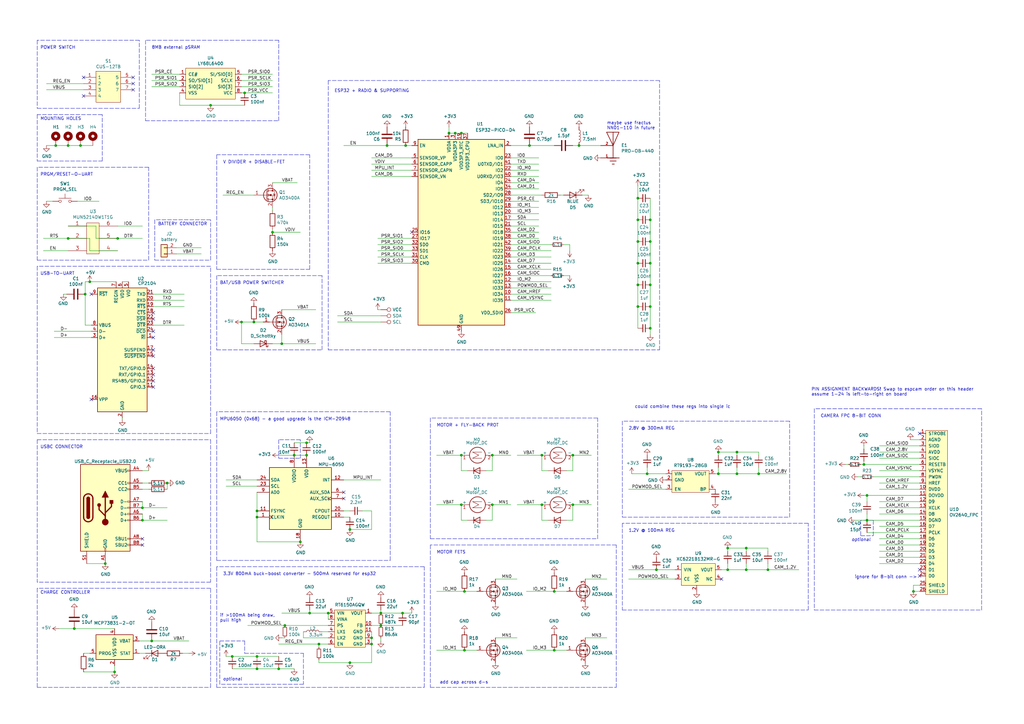
<source format=kicad_sch>
(kicad_sch (version 20211123) (generator eeschema)
  (paper "A3")
  (title_block (title "HackQuad") (date "02-03-2021") (rev "MK4") (company "Division Industries LLC") (comment 1 "Designed by Andrew Howard"))
  (junction (at 165.1 251.46))
  (junction (at 105.41 274.32))
  (junction (at 314.96 233.68))
  (junction (at 294.64 194.31))
  (junction (at 68.58 198.12))
  (junction (at 166.37 59.69))
  (junction (at 261.62 107.95))
  (junction (at 355.6 203.2))
  (junction (at 298.45 233.68))
  (junction (at 266.7 134.62))
  (junction (at 27.94 97.79))
  (junction (at 302.26 185.42))
  (junction (at 125.73 181.61))
  (junction (at 36.83 115.57))
  (junction (at 190.5 242.57))
  (junction (at 266.7 107.95))
  (junction (at 111.76 95.25))
  (junction (at 22.86 59.69))
  (junction (at 114.3 274.32))
  (junction (at 222.25 186.69))
  (junction (at 99.06 132.08))
  (junction (at 306.07 224.79))
  (junction (at 266.7 116.84))
  (junction (at 261.62 90.17))
  (junction (at 265.43 194.31))
  (junction (at 269.24 233.68))
  (junction (at 266.7 99.06))
  (junction (at 43.18 231.14))
  (junction (at 222.25 207.01))
  (junction (at 152.4 264.16))
  (junction (at 100.33 38.1))
  (junction (at 46.99 275.59))
  (junction (at 86.36 43.18))
  (junction (at 189.23 207.01))
  (junction (at 234.95 207.01))
  (junction (at 152.4 261.62))
  (junction (at 27.94 59.69))
  (junction (at 261.62 125.73))
  (junction (at 156.21 256.54))
  (junction (at 105.41 212.09))
  (junction (at 48.26 97.79))
  (junction (at 261.62 116.84))
  (junction (at 294.64 185.42))
  (junction (at 143.51 217.17))
  (junction (at 58.42 208.28))
  (junction (at 374.65 242.57))
  (junction (at 123.19 222.25))
  (junction (at 134.62 251.46))
  (junction (at 34.925 120.65))
  (junction (at 105.41 269.24))
  (junction (at 354.33 190.5))
  (junction (at 125.73 186.69))
  (junction (at 104.14 132.08))
  (junction (at 217.17 59.69))
  (junction (at 127 251.46))
  (junction (at 158.75 59.69))
  (junction (at 311.15 194.31))
  (junction (at 306.07 233.68))
  (junction (at 266.7 125.73))
  (junction (at 95.25 269.24))
  (junction (at 190.5 266.7))
  (junction (at 130.81 264.16))
  (junction (at 201.93 207.01))
  (junction (at 302.26 194.31))
  (junction (at 227.33 266.7))
  (junction (at 116.84 256.54))
  (junction (at 201.93 186.69))
  (junction (at 186.69 54.61))
  (junction (at 30.48 257.81))
  (junction (at 261.62 99.06))
  (junction (at 355.6 213.36))
  (junction (at 33.02 59.69))
  (junction (at 227.33 242.57))
  (junction (at 62.23 262.89))
  (junction (at 184.15 54.61))
  (junction (at 105.41 209.55))
  (junction (at 266.7 90.17))
  (junction (at 234.95 186.69))
  (junction (at 115.57 140.97))
  (junction (at 156.21 251.46))
  (junction (at 143.51 271.78))
  (junction (at 298.45 224.79))
  (junction (at 189.23 54.61))
  (junction (at 58.42 213.36))
  (junction (at 237.49 59.69))
  (junction (at 261.62 81.28))
  (junction (at 120.65 186.69))
  (junction (at 189.23 186.69))
  (no_connect (at 54.61 31.75))
  (no_connect (at 34.29 39.37))
  (no_connect (at 37.465 120.65))
  (no_connect (at 377.19 236.22))
  (no_connect (at 62.865 143.51))
  (no_connect (at 62.865 146.05))
  (no_connect (at 34.29 31.75))
  (no_connect (at 62.865 138.43))
  (no_connect (at 140.97 201.93))
  (no_connect (at 58.42 223.52))
  (no_connect (at 377.19 233.68))
  (no_connect (at 62.865 135.89))
  (no_connect (at 62.865 130.81))
  (no_connect (at 62.865 128.27))
  (no_connect (at 58.42 220.98))
  (no_connect (at 62.865 158.75))
  (no_connect (at 62.865 151.13))
  (no_connect (at 54.61 34.29))
  (no_connect (at 62.865 156.21))
  (no_connect (at 62.865 153.67))
  (no_connect (at 54.61 36.83))
  (no_connect (at 37.465 163.83))
  (no_connect (at 377.19 177.8))
  (no_connect (at 140.97 204.47))
  (no_connect (at 295.91 237.49))
  (no_connect (at 168.91 95.25))
  (wire (pts (xy 152.4 264.16) (xy 152.4 271.78)))
  (polyline (pts (xy 134.62 143.51) (xy 270.51 143.51)))
  (wire (pts (xy 152.4 209.55) (xy 152.4 217.17)))
  (wire (pts (xy 212.09 186.69) (xy 222.25 186.69)))
  (polyline (pts (xy 255.27 212.09) (xy 323.85 212.09)))
  (wire (pts (xy 209.55 74.93) (xy 220.98 74.93)))
  (wire (pts (xy 377.19 187.96) (xy 360.68 187.96)))
  (polyline (pts (xy 127 63.5) (xy 88.9 63.5)))
  (wire (pts (xy 201.93 213.36) (xy 201.93 207.01)))
  (wire (pts (xy 92.71 269.24) (xy 95.25 269.24)))
  (wire (pts (xy 156.21 251.46) (xy 165.1 251.46)))
  (wire (pts (xy 46.99 257.81) (xy 30.48 257.81)))
  (wire (pts (xy 209.55 118.11) (xy 226.06 118.11)))
  (wire (pts (xy 115.57 261.62) (xy 116.84 261.62)))
  (polyline (pts (xy 15.24 109.22) (xy 15.24 177.8)))
  (polyline (pts (xy 57.15 44.45) (xy 57.15 16.51)))
  (wire (pts (xy 47.625 115.57) (xy 36.83 115.57)))
  (wire (pts (xy 199.39 213.36) (xy 201.93 213.36)))
  (wire (pts (xy 209.55 67.31) (xy 220.98 67.31)))
  (polyline (pts (xy 255.27 250.19) (xy 331.47 250.19)))
  (wire (pts (xy 224.79 193.04) (xy 222.25 193.04)))
  (wire (pts (xy 127 251.46) (xy 134.62 251.46)))
  (wire (pts (xy 48.26 92.71) (xy 58.42 92.71)))
  (wire (pts (xy 165.1 251.46) (xy 168.91 251.46)))
  (wire (pts (xy 298.45 224.79) (xy 298.45 226.06)))
  (polyline (pts (xy 402.59 167.64) (xy 334.01 167.64)))
  (wire (pts (xy 105.41 199.39) (xy 92.71 199.39)))
  (wire (pts (xy 62.865 125.73) (xy 75.565 125.73)))
  (polyline (pts (xy 88.9 113.03) (xy 88.9 143.51)))
  (polyline (pts (xy 15.24 16.51) (xy 15.24 44.45)))
  (wire (pts (xy 35.56 231.14) (xy 43.18 231.14)))
  (wire (pts (xy 355.6 203.2) (xy 355.6 205.74)))
  (wire (pts (xy 91.44 80.01) (xy 104.14 80.01)))
  (polyline (pts (xy 100.33 262.89) (xy 100.33 267.97)))
  (wire (pts (xy 168.91 97.79) (xy 154.94 97.79)))
  (wire (pts (xy 201.93 193.04) (xy 201.93 186.69)))
  (wire (pts (xy 166.37 59.69) (xy 158.75 59.69)))
  (wire (pts (xy 57.15 267.97) (xy 59.69 267.97)))
  (wire (pts (xy 184.15 54.61) (xy 186.69 54.61)))
  (wire (pts (xy 261.62 81.28) (xy 261.62 90.17)))
  (wire (pts (xy 140.97 212.09) (xy 143.51 212.09)))
  (polyline (pts (xy 173.99 281.94) (xy 173.99 232.41)))
  (wire (pts (xy 158.75 59.69) (xy 140.97 59.69)))
  (wire (pts (xy 111.76 140.97) (xy 115.57 140.97)))
  (polyline (pts (xy 86.36 180.34) (xy 86.36 238.76)))
  (wire (pts (xy 99.06 140.97) (xy 99.06 132.08)))
  (polyline (pts (xy 331.47 250.19) (xy 331.47 214.63)))
  (wire (pts (xy 36.83 97.79) (xy 36.83 102.87)))
  (polyline (pts (xy 132.08 143.51) (xy 132.08 113.03)))
  (wire (pts (xy 130.81 265.43) (xy 130.81 264.16)))
  (wire (pts (xy 179.07 242.57) (xy 190.5 242.57)))
  (wire (pts (xy 37.465 135.89) (xy 22.225 135.89)))
  (wire (pts (xy 377.19 231.14) (xy 360.68 231.14)))
  (wire (pts (xy 73.66 43.18) (xy 73.66 38.1)))
  (wire (pts (xy 168.91 72.39) (xy 152.4 72.39)))
  (wire (pts (xy 209.55 82.55) (xy 220.98 82.55)))
  (wire (pts (xy 234.95 213.36) (xy 234.95 207.01)))
  (wire (pts (xy 168.91 107.95) (xy 154.94 107.95)))
  (polyline (pts (xy 57.15 16.51) (xy 15.24 16.51)))
  (wire (pts (xy 179.07 207.01) (xy 189.23 207.01)))
  (wire (pts (xy 358.14 195.58) (xy 377.19 195.58)))
  (wire (pts (xy 261.62 125.73) (xy 261.62 134.62)))
  (polyline (pts (xy 323.85 172.72) (xy 255.27 172.72)))
  (wire (pts (xy 209.55 107.95) (xy 226.06 107.95)))
  (wire (pts (xy 62.865 133.35) (xy 75.565 133.35)))
  (wire (pts (xy 298.45 231.14) (xy 298.45 233.68)))
  (wire (pts (xy 266.7 137.16) (xy 266.7 134.62)))
  (wire (pts (xy 105.41 274.32) (xy 95.25 274.32)))
  (wire (pts (xy 168.91 64.77) (xy 152.4 64.77)))
  (wire (pts (xy 266.7 99.06) (xy 266.7 90.17)))
  (wire (pts (xy 116.84 256.54) (xy 134.62 256.54)))
  (polyline (pts (xy 123.19 187.96) (xy 123.19 180.34)))
  (wire (pts (xy 37.465 138.43) (xy 22.225 138.43)))
  (wire (pts (xy 377.19 223.52) (xy 360.68 223.52)))
  (wire (pts (xy 311.15 191.77) (xy 311.15 194.31)))
  (wire (pts (xy 107.95 132.08) (xy 104.14 132.08)))
  (wire (pts (xy 111.76 93.98) (xy 111.76 95.25)))
  (polyline (pts (xy 15.24 44.45) (xy 57.15 44.45)))
  (wire (pts (xy 30.48 257.81) (xy 24.13 257.81)))
  (wire (pts (xy 346.71 190.5) (xy 347.98 190.5)))
  (wire (pts (xy 48.26 97.79) (xy 39.37 97.79)))
  (wire (pts (xy 295.91 233.68) (xy 298.45 233.68)))
  (polyline (pts (xy 353.06 213.36) (xy 353.06 219.71)))
  (wire (pts (xy 229.87 80.01) (xy 231.14 80.01)))
  (wire (pts (xy 302.26 194.31) (xy 311.15 194.31)))
  (polyline (pts (xy 124.46 280.67) (xy 90.17 280.67)))
  (polyline (pts (xy 176.53 171.45) (xy 176.53 220.98)))
  (wire (pts (xy 314.96 226.06) (xy 314.96 224.79)))
  (wire (pts (xy 189.23 54.61) (xy 191.77 54.61)))
  (wire (pts (xy 127 181.61) (xy 125.73 181.61)))
  (wire (pts (xy 257.81 233.68) (xy 269.24 233.68)))
  (wire (pts (xy 240.03 261.62) (xy 248.92 261.62)))
  (polyline (pts (xy 86.36 281.94) (xy 86.36 241.3)))
  (wire (pts (xy 233.68 100.33) (xy 233.68 102.87)))
  (polyline (pts (xy 132.08 113.03) (xy 88.9 113.03)))
  (wire (pts (xy 116.84 256.54) (xy 101.6 256.54)))
  (wire (pts (xy 209.55 97.79) (xy 220.98 97.79)))
  (wire (pts (xy 105.41 196.85) (xy 92.71 196.85)))
  (wire (pts (xy 34.925 133.35) (xy 37.465 133.35)))
  (wire (pts (xy 27.94 97.79) (xy 36.83 97.79)))
  (polyline (pts (xy 255.27 214.63) (xy 255.27 250.19)))
  (wire (pts (xy 114.3 274.32) (xy 105.41 274.32)))
  (wire (pts (xy 234.95 186.69) (xy 242.57 186.69)))
  (wire (pts (xy 62.23 262.89) (xy 77.47 262.89)))
  (wire (pts (xy 152.4 259.08) (xy 152.4 261.62)))
  (wire (pts (xy 266.7 90.17) (xy 266.7 81.28)))
  (wire (pts (xy 238.76 80.01) (xy 241.3 80.01)))
  (wire (pts (xy 50.165 171.45) (xy 50.165 172.085)))
  (wire (pts (xy 156.21 251.46) (xy 156.21 250.19)))
  (wire (pts (xy 115.57 140.97) (xy 129.54 140.97)))
  (wire (pts (xy 374.65 242.57) (xy 377.19 242.57)))
  (wire (pts (xy 148.59 209.55) (xy 152.4 209.55)))
  (wire (pts (xy 130.81 264.16) (xy 134.62 264.16)))
  (wire (pts (xy 57.15 262.89) (xy 62.23 262.89)))
  (wire (pts (xy 115.57 140.97) (xy 115.57 137.16)))
  (wire (pts (xy 46.99 275.59) (xy 46.99 273.05)))
  (wire (pts (xy 261.62 90.17) (xy 261.62 99.06)))
  (wire (pts (xy 377.19 208.28) (xy 360.68 208.28)))
  (wire (pts (xy 232.41 242.57) (xy 227.33 242.57)))
  (polyline (pts (xy 114.3 16.51) (xy 59.69 16.51)))
  (wire (pts (xy 73.66 30.48) (xy 62.23 30.48)))
  (polyline (pts (xy 41.91 46.99) (xy 15.24 46.99)))
  (wire (pts (xy 120.65 186.69) (xy 125.73 186.69)))
  (wire (pts (xy 115.57 127) (xy 129.54 127)))
  (wire (pts (xy 19.05 82.55) (xy 21.59 82.55)))
  (wire (pts (xy 377.19 215.9) (xy 360.68 215.9)))
  (polyline (pts (xy 358.14 213.36) (xy 353.06 213.36)))
  (wire (pts (xy 179.07 266.7) (xy 190.5 266.7)))
  (polyline (pts (xy 134.62 33.02) (xy 134.62 143.51)))
  (polyline (pts (xy 88.9 168.91) (xy 88.9 229.87)))
  (polyline (pts (xy 255.27 172.72) (xy 255.27 212.09)))
  (wire (pts (xy 203.2 237.49) (xy 212.09 237.49)))
  (wire (pts (xy 168.91 100.33) (xy 154.94 100.33)))
  (wire (pts (xy 294.64 194.31) (xy 302.26 194.31)))
  (polyline (pts (xy 176.53 220.98) (xy 245.11 220.98)))
  (polyline (pts (xy 124.46 267.97) (xy 124.46 280.67)))
  (wire (pts (xy 99.06 33.02) (xy 111.76 33.02)))
  (wire (pts (xy 105.41 222.25) (xy 105.41 212.09)))
  (wire (pts (xy 209.55 100.33) (xy 226.06 100.33)))
  (wire (pts (xy 72.39 101.6) (xy 82.55 101.6)))
  (polyline (pts (xy 88.9 232.41) (xy 88.9 281.94)))
  (wire (pts (xy 168.91 105.41) (xy 154.94 105.41)))
  (polyline (pts (xy 59.69 49.53) (xy 114.3 49.53)))
  (wire (pts (xy 72.39 104.14) (xy 82.55 104.14)))
  (wire (pts (xy 120.65 274.32) (xy 114.3 274.32)))
  (polyline (pts (xy 331.47 214.63) (xy 255.27 214.63)))
  (wire (pts (xy 58.42 193.04) (xy 60.96 193.04)))
  (wire (pts (xy 168.91 59.69) (xy 166.37 59.69)))
  (wire (pts (xy 276.86 237.49) (xy 257.81 237.49)))
  (wire (pts (xy 374.65 240.03) (xy 374.65 242.57)))
  (wire (pts (xy 58.42 198.12) (xy 60.96 198.12)))
  (polyline (pts (xy 353.06 219.71) (xy 358.14 219.71)))
  (polyline (pts (xy 245.11 171.45) (xy 176.53 171.45)))
  (polyline (pts (xy 15.24 180.34) (xy 86.36 180.34)))
  (wire (pts (xy 377.19 185.42) (xy 360.68 185.42)))
  (polyline (pts (xy 114.3 187.96) (xy 123.19 187.96)))
  (wire (pts (xy 355.6 203.2) (xy 377.19 203.2)))
  (wire (pts (xy 377.19 220.98) (xy 360.68 220.98)))
  (wire (pts (xy 377.19 198.12) (xy 360.68 198.12)))
  (wire (pts (xy 354.33 182.88) (xy 354.33 184.15)))
  (wire (pts (xy 261.62 76.2) (xy 261.62 81.28)))
  (polyline (pts (xy 86.36 241.3) (xy 15.24 241.3)))
  (polyline (pts (xy 88.9 110.49) (xy 127 110.49)))
  (polyline (pts (xy 402.59 250.19) (xy 402.59 167.64)))
  (wire (pts (xy 130.81 270.51) (xy 130.81 271.78)))
  (wire (pts (xy 127 250.19) (xy 127 251.46)))
  (polyline (pts (xy 15.24 66.04) (xy 41.91 66.04)))
  (wire (pts (xy 377.19 193.04) (xy 360.68 193.04)))
  (polyline (pts (xy 15.24 281.94) (xy 86.36 281.94)))
  (polyline (pts (xy 59.69 16.51) (xy 59.69 49.53)))
  (wire (pts (xy 234.95 207.01) (xy 242.57 207.01)))
  (wire (pts (xy 231.14 100.33) (xy 233.68 100.33)))
  (wire (pts (xy 156.21 262.89) (xy 156.21 261.62)))
  (polyline (pts (xy 86.36 238.76) (xy 15.24 238.76)))
  (wire (pts (xy 140.97 196.85) (xy 156.21 196.85)))
  (wire (pts (xy 156.21 129.54) (xy 138.43 129.54)))
  (wire (pts (xy 73.66 35.56) (xy 62.23 35.56)))
  (wire (pts (xy 266.7 107.95) (xy 266.7 99.06)))
  (wire (pts (xy 209.55 105.41) (xy 226.06 105.41)))
  (polyline (pts (xy 176.53 281.94) (xy 252.73 281.94)))
  (polyline (pts (xy 252.73 281.94) (xy 252.73 223.52)))
  (wire (pts (xy 306.07 226.06) (xy 306.07 224.79)))
  (wire (pts (xy 209.55 72.39) (xy 220.98 72.39)))
  (wire (pts (xy 222.25 213.36) (xy 222.25 207.01)))
  (wire (pts (xy 353.06 195.58) (xy 351.79 195.58)))
  (polyline (pts (xy 160.02 168.91) (xy 88.9 168.91)))
  (wire (pts (xy 209.55 64.77) (xy 220.98 64.77)))
  (wire (pts (xy 73.66 33.02) (xy 62.23 33.02)))
  (wire (pts (xy 209.55 92.71) (xy 220.98 92.71)))
  (polyline (pts (xy 86.36 109.22) (xy 15.24 109.22)))
  (polyline (pts (xy 15.24 177.8) (xy 86.36 177.8)))
  (wire (pts (xy 62.865 123.19) (xy 75.565 123.19)))
  (wire (pts (xy 99.06 35.56) (xy 111.76 35.56)))
  (wire (pts (xy 143.51 209.55) (xy 140.97 209.55)))
  (wire (pts (xy 27.94 59.69) (xy 33.02 59.69)))
  (wire (pts (xy 58.42 208.28) (xy 58.42 205.74)))
  (polyline (pts (xy 100.33 267.97) (xy 124.46 267.97)))
  (wire (pts (xy 36.83 115.57) (xy 34.925 115.57)))
  (polyline (pts (xy 88.9 229.87) (xy 160.02 229.87)))
  (wire (pts (xy 201.93 207.01) (xy 209.55 207.01)))
  (wire (pts (xy 152.4 271.78) (xy 143.51 271.78)))
  (wire (pts (xy 302.26 185.42) (xy 311.15 185.42)))
  (wire (pts (xy 152.4 251.46) (xy 156.21 251.46)))
  (wire (pts (xy 314.96 233.68) (xy 327.66 233.68)))
  (polyline (pts (xy 173.99 232.41) (xy 88.9 232.41)))
  (wire (pts (xy 217.17 59.69) (xy 227.33 59.69)))
  (polyline (pts (xy 86.36 90.17) (xy 63.5 90.17)))
  (wire (pts (xy 48.26 97.79) (xy 58.42 97.79)))
  (wire (pts (xy 354.33 189.23) (xy 354.33 190.5)))
  (wire (pts (xy 273.05 200.66) (xy 257.81 200.66)))
  (polyline (pts (xy 270.51 33.02) (xy 134.62 33.02)))
  (polyline (pts (xy 127 110.49) (xy 127 63.5)))
  (wire (pts (xy 36.83 102.87) (xy 48.26 102.87)))
  (polyline (pts (xy 90.17 262.89) (xy 100.33 262.89)))
  (polyline (pts (xy 86.36 177.8) (xy 86.36 109.22)))
  (wire (pts (xy 240.03 237.49) (xy 248.92 237.49)))
  (wire (pts (xy 123.19 222.25) (xy 105.41 222.25)))
  (polyline (pts (xy 114.3 49.53) (xy 114.3 16.51)))
  (wire (pts (xy 209.55 115.57) (xy 226.06 115.57)))
  (wire (pts (xy 74.93 267.97) (xy 77.47 267.97)))
  (polyline (pts (xy 86.36 106.68) (xy 86.36 90.17)))
  (wire (pts (xy 34.29 267.97) (xy 36.83 267.97)))
  (wire (pts (xy 186.69 54.61) (xy 189.23 54.61)))
  (wire (pts (xy 152.4 261.62) (xy 152.4 264.16)))
  (wire (pts (xy 212.09 207.01) (xy 222.25 207.01)))
  (wire (pts (xy 156.21 132.08) (xy 138.43 132.08)))
  (wire (pts (xy 237.49 59.69) (xy 246.38 59.69)))
  (polyline (pts (xy 88.9 63.5) (xy 88.9 110.49)))
  (polyline (pts (xy 123.19 180.34) (xy 114.3 180.34)))
  (polyline (pts (xy 63.5 106.68) (xy 86.36 106.68)))
  (wire (pts (xy 209.55 80.01) (xy 222.25 80.01)))
  (wire (pts (xy 184.15 52.07) (xy 184.15 54.61)))
  (wire (pts (xy 306.07 233.68) (xy 314.96 233.68)))
  (wire (pts (xy 261.62 99.06) (xy 261.62 107.95)))
  (wire (pts (xy 355.6 210.82) (xy 355.6 213.36)))
  (wire (pts (xy 111.76 85.09) (xy 111.76 86.36)))
  (wire (pts (xy 203.2 261.62) (xy 212.09 261.62)))
  (wire (pts (xy 179.07 186.69) (xy 189.23 186.69)))
  (wire (pts (xy 306.07 224.79) (xy 298.45 224.79)))
  (wire (pts (xy 209.55 77.47) (xy 220.98 77.47)))
  (wire (pts (xy 306.07 231.14) (xy 306.07 233.68)))
  (polyline (pts (xy 15.24 180.34) (xy 15.24 238.76)))
  (polyline (pts (xy 41.91 66.04) (xy 41.91 46.99)))
  (polyline (pts (xy 114.3 180.34) (xy 114.3 187.96)))
  (wire (pts (xy 265.43 191.77) (xy 265.43 194.31)))
  (wire (pts (xy 234.95 59.69) (xy 237.49 59.69)))
  (wire (pts (xy 189.23 213.36) (xy 189.23 207.01)))
  (polyline (pts (xy 15.24 46.99) (xy 15.24 66.04)))
  (polyline (pts (xy 15.24 106.68) (xy 60.96 106.68)))
  (wire (pts (xy 294.64 191.77) (xy 294.64 194.31)))
  (wire (pts (xy 104.14 140.97) (xy 99.06 140.97)))
  (wire (pts (xy 34.29 275.59) (xy 46.99 275.59)))
  (wire (pts (xy 377.19 180.34) (xy 373.38 180.34)))
  (wire (pts (xy 26.035 120.65) (xy 27.305 120.65)))
  (wire (pts (xy 111.76 74.93) (xy 121.92 74.93)))
  (wire (pts (xy 350.52 213.36) (xy 355.6 213.36)))
  (wire (pts (xy 99.06 30.48) (xy 111.76 30.48)))
  (wire (pts (xy 34.29 34.29) (xy 19.05 34.29)))
  (wire (pts (xy 209.55 102.87) (xy 226.06 102.87)))
  (wire (pts (xy 302.26 191.77) (xy 302.26 194.31)))
  (polyline (pts (xy 270.51 143.51) (xy 270.51 33.02)))
  (wire (pts (xy 377.19 205.74) (xy 360.68 205.74)))
  (wire (pts (xy 62.865 120.65) (xy 75.565 120.65)))
  (wire (pts (xy 168.91 69.85) (xy 152.4 69.85)))
  (wire (pts (xy 232.41 266.7) (xy 227.33 266.7)))
  (wire (pts (xy 231.14 113.03) (xy 233.68 113.03)))
  (wire (pts (xy 265.43 194.31) (xy 259.08 194.31)))
  (wire (pts (xy 215.9 242.57) (xy 227.33 242.57)))
  (wire (pts (xy 168.91 67.31) (xy 152.4 67.31)))
  (polyline (pts (xy 90.17 280.67) (xy 90.17 262.89)))
  (wire (pts (xy 125.73 181.61) (xy 120.65 181.61)))
  (polyline (pts (xy 252.73 223.52) (xy 176.53 223.52)))
  (wire (pts (xy 377.19 240.03) (xy 374.65 240.03)))
  (wire (pts (xy 209.55 59.69) (xy 217.17 59.69)))
  (wire (pts (xy 209.55 110.49) (xy 226.06 110.49)))
  (wire (pts (xy 105.41 209.55) (xy 105.41 201.93)))
  (wire (pts (xy 95.25 269.24) (xy 105.41 269.24)))
  (polyline (pts (xy 323.85 212.09) (xy 323.85 172.72)))
  (wire (pts (xy 111.76 38.1) (xy 100.33 38.1)))
  (wire (pts (xy 222.25 193.04) (xy 222.25 186.69)))
  (wire (pts (xy 377.19 200.66) (xy 360.68 200.66)))
  (wire (pts (xy 152.4 217.17) (xy 143.51 217.17)))
  (wire (pts (xy 266.7 116.84) (xy 266.7 107.95)))
  (wire (pts (xy 209.55 120.65) (xy 226.06 120.65)))
  (wire (pts (xy 33.02 59.69) (xy 38.1 59.69)))
  (wire (pts (xy 127 251.46) (xy 115.57 251.46)))
  (wire (pts (xy 209.55 113.03) (xy 226.06 113.03)))
  (wire (pts (xy 209.55 87.63) (xy 220.98 87.63)))
  (wire (pts (xy 195.58 242.57) (xy 190.5 242.57)))
  (wire (pts (xy 209.55 85.09) (xy 220.98 85.09)))
  (wire (pts (xy 314.96 224.79) (xy 306.07 224.79)))
  (polyline (pts (xy 63.5 90.17) (xy 63.5 106.68)))
  (wire (pts (xy 311.15 194.31) (xy 322.58 194.31)))
  (wire (pts (xy 234.95 193.04) (xy 234.95 186.69)))
  (wire (pts (xy 266.7 125.73) (xy 266.7 116.84)))
  (wire (pts (xy 201.93 186.69) (xy 209.55 186.69)))
  (wire (pts (xy 215.9 266.7) (xy 227.33 266.7)))
  (wire (pts (xy 105.41 269.24) (xy 114.3 269.24)))
  (polyline (pts (xy 88.9 143.51) (xy 132.08 143.51)))
  (wire (pts (xy 124.46 259.08) (xy 124.46 261.62)))
  (wire (pts (xy 232.41 213.36) (xy 234.95 213.36)))
  (wire (pts (xy 209.55 123.19) (xy 226.06 123.19)))
  (wire (pts (xy 99.06 38.1) (xy 100.33 38.1)))
  (wire (pts (xy 111.76 95.25) (xy 123.19 95.25)))
  (wire (pts (xy 31.75 82.55) (xy 40.64 82.55)))
  (wire (pts (xy 58.42 210.82) (xy 58.42 213.36)))
  (wire (pts (xy 34.29 36.83) (xy 19.05 36.83)))
  (wire (pts (xy 105.41 212.09) (xy 105.41 209.55)))
  (wire (pts (xy 27.94 102.87) (xy 17.78 102.87)))
  (polyline (pts (xy 15.24 241.3) (xy 15.24 281.94)))
  (wire (pts (xy 269.24 233.68) (xy 276.86 233.68)))
  (wire (pts (xy 353.06 190.5) (xy 354.33 190.5)))
  (wire (pts (xy 377.19 182.88) (xy 360.68 182.88)))
  (wire (pts (xy 266.7 134.62) (xy 266.7 125.73)))
  (wire (pts (xy 22.86 59.69) (xy 27.94 59.69)))
  (wire (pts (xy 377.19 218.44) (xy 355.6 218.44)))
  (wire (pts (xy 34.925 120.65) (xy 34.925 133.35)))
  (wire (pts (xy 86.36 43.18) (xy 73.66 43.18)))
  (wire (pts (xy 209.55 128.27) (xy 219.71 128.27)))
  (wire (pts (xy 294.64 185.42) (xy 294.64 186.69)))
  (wire (pts (xy 34.925 115.57) (xy 34.925 120.65)))
  (wire (pts (xy 377.19 210.82) (xy 360.68 210.82)))
  (wire (pts (xy 191.77 213.36) (xy 189.23 213.36)))
  (wire (pts (xy 114.3 264.16) (xy 130.81 264.16)))
  (wire (pts (xy 302.26 185.42) (xy 302.26 186.69)))
  (wire (pts (xy 165.1 256.54) (xy 156.21 256.54)))
  (wire (pts (xy 224.79 213.36) (xy 222.25 213.36)))
  (wire (pts (xy 314.96 231.14) (xy 314.96 233.68)))
  (polyline (pts (xy 176.53 223.52) (xy 176.53 281.94)))
  (polyline (pts (xy 60.96 106.68) (xy 60.96 68.58)))
  (polyline (pts (xy 358.14 219.71) (xy 358.14 213.36)))
  (wire (pts (xy 114.3 186.69) (xy 120.65 186.69)))
  (wire (pts (xy 134.62 251.46) (xy 134.62 254)))
  (wire (pts (xy 168.91 102.87) (xy 154.94 102.87)))
  (wire (pts (xy 39.37 97.79) (xy 39.37 92.71)))
  (wire (pts (xy 130.81 271.78) (xy 143.51 271.78)))
  (wire (pts (xy 104.14 132.08) (xy 99.06 132.08)))
  (wire (pts (xy 298.45 233.68) (xy 306.07 233.68)))
  (wire (pts (xy 68.58 198.12) (xy 68.58 200.66)))
  (wire (pts (xy 294.64 185.42) (xy 302.26 185.42)))
  (wire (pts (xy 100.33 43.18) (xy 86.36 43.18)))
  (wire (pts (xy 261.62 107.95) (xy 261.62 116.84)))
  (wire (pts (xy 354.33 203.2) (xy 355.6 203.2)))
  (polyline (pts (xy 15.24 68.58) (xy 15.24 106.68)))
  (wire (pts (xy 191.77 193.04) (xy 189.23 193.04)))
  (polyline (pts (xy 60.96 68.58) (xy 15.24 68.58)))
  (wire (pts (xy 19.05 59.69) (xy 22.86 59.69)))
  (polyline (pts (xy 88.9 281.94) (xy 173.99 281.94)))
  (wire (pts (xy 354.33 190.5) (xy 377.19 190.5)))
  (wire (pts (xy 273.05 194.31) (xy 265.43 194.31)))
  (polyline (pts (xy 160.02 229.87) (xy 160.02 168.91)))
  (wire (pts (xy 189.23 193.04) (xy 189.23 186.69)))
  (polyline (pts (xy 245.11 220.98) (xy 245.11 171.45)))
  (wire (pts (xy 377.19 228.6) (xy 360.68 228.6)))
  (wire (pts (xy 58.42 213.36) (xy 68.58 213.36)))
  (wire (pts (xy 209.55 95.25) (xy 220.98 95.25)))
  (wire (pts (xy 154.94 127) (xy 156.21 127)))
  (wire (pts (xy 58.42 208.28) (xy 68.58 208.28)))
  (wire (pts (xy 50.165 115.57) (xy 52.705 115.57)))
  (wire (pts (xy 355.6 213.36) (xy 377.19 213.36)))
  (wire (pts (xy 209.55 69.85) (xy 220.98 69.85)))
  (wire (pts (xy 27.94 97.79) (xy 17.78 97.79)))
  (wire (pts (xy 199.39 193.04) (xy 201.93 193.04)))
  (wire (pts (xy 377.19 226.06) (xy 360.68 226.06)))
  (polyline (pts (xy 334.01 167.64) (xy 334.01 250.19)))
  (wire (pts (xy 156.21 256.54) (xy 152.4 256.54)))
  (wire (pts (xy 261.62 116.84) (xy 261.62 125.73)))
  (wire (pts (xy 311.15 185.42) (xy 311.15 186.69)))
  (wire (pts (xy 58.42 200.66) (xy 60.96 200.66)))
  (wire (pts (xy 232.41 193.04) (xy 234.95 193.04)))
  (wire (pts (xy 39.37 92.71) (xy 27.94 92.71)))
  (wire (pts (xy 195.58 266.7) (xy 190.5 266.7)))
  (wire (pts (xy 132.08 259.08) (xy 134.62 259.08)))
  (polyline (pts (xy 334.01 250.19) (xy 402.59 250.19)))
  (wire (pts (xy 293.37 194.31) (xy 294.64 194.31)))
  (wire (pts (xy 209.55 90.17) (xy 220.98 90.17)))
  (wire (pts (xy 124.46 261.62) (xy 134.62 261.62)))
  (text "MPU6050 (0x68) - a good upgrade is the ICM-20948" (at 90.17 172.72 0) (effects (font (size 1.27 1.27)) (justify left bottom)))
  (text "CHARGE CONTROLLER" (at 16.51 243.84 0) (effects (font (size 1.27 1.27)) (justify left bottom)))
  (text "POWER SWITCH" (at 16.51 20.32 0) (effects (font (size 1.27 1.27)) (justify left bottom)))
  (text "1.2V @ 100mA REG" (at 257.81 218.44 0) (effects (font (size 1.27 1.27)) (justify left bottom)))
  (text "MOTOR FETS" (at 179.07 227.33 0) (effects (font (size 1.27 1.27)) (justify left bottom)))
  (text "MOUNTING HOLES" (at 16.51 49.53 0) (effects (font (size 1.27 1.27)) (justify left bottom)))
  (text "V DIVIDER + DISABLE-FET" (at 91.44 67.31 0) (effects (font (size 1.27 1.27)) (justify left bottom)))
  (text "MOTOR + FLY-BACK PROT" (at 179.07 175.26 0) (effects (font (size 1.27 1.27)) (justify left bottom)))
  (text "3.3V 800mA buck-boost converter - 500mA reserved for esp32" (at 91.44 236.22 0) (effects (font (size 1.27 1.27)) (justify left bottom)))
  (text "optional" (at 91.44 279.4 0) (effects (font (size 1.27 1.27) italic) (justify left bottom)))
  (text "if >100mA being draw,\npull high" (at 90.17 255.27 0) (effects (font (size 1.27 1.27)) (justify left bottom)))
  (text "2.8V @ 300mA REG" (at 257.81 176.53 0) (effects (font (size 1.27 1.27)) (justify left bottom)))
  (text "add cap across d-s" (at 180.34 280.67 0) (effects (font (size 1.27 1.27)) (justify left bottom)))
  (text "USB-TO-UART" (at 16.51 113.03 0) (effects (font (size 1.27 1.27)) (justify left bottom)))
  (text "USBC CONNECTOR" (at 16.51 184.15 0) (effects (font (size 1.27 1.27)) (justify left bottom)))
  (text "8MB external pSRAM" (at 62.23 20.32 0) (effects (font (size 1.27 1.27)) (justify left bottom)))
  (text "optional" (at 349.25 222.25 0) (effects (font (size 1.27 1.27) italic) (justify left bottom)))
  (text "PRGM/RESET-O-UART" (at 16.51 72.39 0) (effects (font (size 1.27 1.27)) (justify left bottom)))
  (text "PIN ASSIGNMENT BACKWARDS! Swap to espcam order on this header\nassume 1-24 is left-to-right on board" (at 332.74 162.56 0) (effects (font (size 1.27 1.27)) (justify left bottom)))
  (text "BATTERY CONNECTOR" (at 64.77 92.71 0) (effects (font (size 1.27 1.27)) (justify left bottom)))
  (text "BAT/USB POWER SWITCHER" (at 90.17 116.84 0) (effects (font (size 1.27 1.27)) (justify left bottom)))
  (text "CAMERA FPC 8-BIT CONN" (at 336.55 171.45 0) (effects (font (size 1.27 1.27)) (justify left bottom)))
  (text "maybe use fractus\nNN01-110 in future" (at 248.92 53.34 0) (effects (font (size 1.27 1.27)) (justify left bottom)))
  (text "ignore for 8-bit conn ->" (at 350.52 237.49 0) (effects (font (size 1.27 1.27)) (justify left bottom)))
  (text "could combine these regs into single ic" (at 260.35 167.64 0) (effects (font (size 1.27 1.27)) (justify left bottom)))
  (text "ESP32 + RADIO & SUPPORTING" (at 137.16 38.1 0) (effects (font (size 1.27 1.27)) (justify left bottom)))
  (label "VBUS" (at 121.92 140.97 0))
  (label "RTS" (at 20.32 97.79 0))
  (label "CAM_D7" (at 363.22 205.74 0))
  (label "MN0" (at 205.74 237.49 0))
  (label "GND" (at 74.93 101.6 0))
  (label "PSR_SCLK" (at 101.6 33.02 0))
  (label "CAM_D4" (at 212.09 74.93 0))
  (label "RTS" (at 66.675 125.73 0))
  (label "CAM_D6" (at 363.22 210.82 0))
  (label "MN1" (at 205.74 261.62 0))
  (label "PSR_CE" (at 212.09 82.55 0))
  (label "VBAT" (at 181.61 186.69 0))
  (label "IO0" (at 212.09 64.77 0))
  (label "CAM_SIOD" (at 212.09 100.33 0))
  (label "MN1" (at 204.47 207.01 0))
  (label "PSR_SIO3" (at 101.6 35.56 0))
  (label "DTR" (at 66.675 133.35 0))
  (label "REG_EN" (at 116.84 264.16 0))
  (label "CAM_VSYNC" (at 363.22 193.04 0))
  (label "IO_M1" (at 181.61 266.7 0))
  (label "SCL" (at 95.25 199.39 0))
  (label "IO_M2" (at 218.44 242.57 0))
  (label "MPU_INT" (at 153.67 69.85 0))
  (label "MN0" (at 204.47 186.69 0))
  (label "CAM_HREF" (at 212.09 120.65 0))
  (label "VDIV" (at 153.67 67.31 0))
  (label "REG_EN" (at 92.71 80.01 0))
  (label "D-" (at 60.96 208.28 0))
  (label "POWMOD_SEL" (at 259.08 200.66 0))
  (label "CAM_XCLK" (at 212.09 110.49 0))
  (label "REG_EN" (at 21.59 34.29 0))
  (label "CAM_SIOC" (at 363.22 187.96 0))
  (label "CAM_SIOD" (at 363.22 182.88 0))
  (label "IO_M3" (at 212.09 87.63 0))
  (label "VBUS" (at 259.08 233.68 0))
  (label "CAM_D0" (at 212.09 97.79 0))
  (label "PSR_SIO2" (at 63.5 35.56 0))
  (label "IO_M2" (at 212.09 115.57 0))
  (label "VBAT" (at 121.92 127 0))
  (label "CAM_1.2V" (at 363.22 200.66 0))
  (label "CAM_D2" (at 363.22 231.14 0))
  (label "CAM_D4" (at 363.22 220.98 0))
  (label "IO_M0" (at 212.09 69.85 0))
  (label "SDA" (at 212.09 90.17 0))
  (label "RXD" (at 66.675 120.65 0))
  (label "CAM_D1" (at 212.09 77.47 0))
  (label "PSR_VCC" (at 101.6 38.1 0))
  (label "CAM_SIOC" (at 212.09 113.03 0))
  (label "CAM_2.8V" (at 363.22 185.42 0))
  (label "VDIV" (at 116.84 95.25 0))
  (label "RXD" (at 212.09 72.39 0))
  (label "MN2" (at 242.57 237.49 0))
  (label "CAM_D3" (at 212.09 105.41 0))
  (label "CAM_PCLK" (at 363.22 218.44 0))
  (label "SCL" (at 140.97 132.08 0))
  (label "PSR_SIO0" (at 156.21 102.87 0))
  (label "VBUS" (at 118.11 251.46 0))
  (label "POWMOD_SEL" (at 102.87 256.54 0))
  (label "IO_M1" (at 212.09 85.09 0))
  (label "CAM_VSYNC" (at 212.09 123.19 0))
  (label "CAM_D2" (at 212.09 95.25 0))
  (label "PSR_SIO0" (at 101.6 30.48 0))
  (label "PSR_SIO1" (at 156.21 97.79 0))
  (label "D-" (at 24.765 135.89 0))
  (label "POWMOD_SEL" (at 212.09 118.11 0))
  (label "CAM_2.8V" (at 313.69 194.31 0))
  (label "CAM_PCLK" (at 212.09 102.87 0))
  (label "PSR_SIO2" (at 156.21 100.33 0))
  (label "POWMOD_SEL" (at 261.62 237.49 0))
  (label "CAM_D5" (at 363.22 215.9 0))
  (label "CAM_D7" (at 212.09 107.95 0))
  (label "IO0" (at 50.8 92.71 0))
  (label "CAM_HREF" (at 363.22 198.12 0))
  (label "EN" (at 143.51 59.69 0))
  (label "PSR_SIO1" (at 63.5 33.02 0))
  (label "MN3" (at 242.57 261.62 0))
  (label "D+" (at 24.765 138.43 0))
  (label "EN" (at 20.32 102.87 0))
  (label "IO_M3" (at 218.44 266.7 0))
  (label "CAM_1.2V" (at 317.5 233.68 0))
  (label "D+" (at 60.96 213.36 0))
  (label "MN3" (at 237.49 207.01 0))
  (label "CAM_D5" (at 153.67 64.77 0))
  (label "IO0" (at 34.29 82.55 0))
  (label "VBAT" (at 214.63 207.01 0))
  (label "PSR_SIO3" (at 156.21 107.95 0))
  (label "SDA" (at 95.25 196.85 0))
  (label "DTR" (at 50.8 97.79 0))
  (label "MPU_INT" (at 144.78 196.85 0))
  (label "VBAT" (at 181.61 207.01 0))
  (label "VBAT" (at 71.12 262.89 0))
  (label "TXD" (at 212.09 67.31 0))
  (label "VBUS" (at 21.59 36.83 0))
  (label "SCL" (at 212.09 92.71 0))
  (label "MN2" (at 237.49 186.69 0))
  (label "CAM_D1" (at 363.22 228.6 0))
  (label "CAM_D0" (at 363.22 223.52 0))
  (label "TXD" (at 66.675 123.19 0))
  (label "CAM_XCLK" (at 363.22 208.28 0))
  (label "CAM_D3" (at 363.22 226.06 0))
  (label "VBAT" (at 214.63 186.69 0))
  (label "VBAT" (at 115.57 74.93 0))
  (label "PSR_SCLK" (at 156.21 105.41 0))
  (label "IO_M0" (at 181.61 242.57 0))
  (label "SDA" (at 140.97 129.54 0))
  (label "CAM_D6" (at 153.67 72.39 0))
  (label "VBAT" (at 74.93 104.14 0))
  (label "PSR_VCC" (at 210.82 128.27 0))
  (label "PSR_CE" (at 63.5 30.48 0))
  (symbol (lib_id "RF_Module:ESP32-PICO-D4") (at 189.23 95.25 0) (unit 1)
    (property "Reference" "U1" (at 196.85 50.8 0))
    (property "Value" "ESP32-PICO-D4" (at 203.2 53.34 0))
    (property "Footprint" "Package_DFN_QFN:QFN-48-1EP_7x7mm_P0.5mm_EP5.3x5.3mm" (effects hide))
    (property "Datasheet" "https://www.espressif.com/sites/default/files/documentation/esp32-pico-d4_datasheet_en.pdf" (effects hide))
  )
  (symbol (lib_id "Interface_USB:CP2104") (at 50.165 143.51 0) (unit 1)
    (property "Reference" "U2" (at 57.785 114.3 0))
    (property "Value" "CP2104" (at 60.325 116.205 0))
    (property "Footprint" "Package_DFN_QFN:QFN-24-1EP_4x4mm_P0.5mm_EP2.6x2.6mm" (effects hide))
    (property "Datasheet" "https://www.silabs.com/documents/public/data-sheets/cp2104.pdf" (effects hide))
  )
  (symbol (lib_id "power:+3.3V") (at 184.15 52.07 0) (unit 1)
    (property "Reference" "#PWR0101" (effects hide))
    (property "Value" "+3.3V" (at 184.531 47.6758 0))
  )
  (symbol (lib_id "Connector:USB_C_Receptacle_USB2.0") (at 43.18 208.28 0) (unit 1)
    (property "Reference" "J1" (effects hide))
    (property "Value" "USB_C_Receptacle_USB2.0" (at 43.18 189.23 0))
    (property "Footprint" "Connector_USB:USB_C_Receptacle_HRO_TYPE-C-31-M-12" (effects hide))
    (property "Datasheet" "https://www.usb.org/sites/default/files/documents/usb_type-c.zip" (effects hide))
    (property "LCSC" "C165948" (effects hide))
  )
  (symbol (lib_id "Device:R") (at 64.77 198.12 270) (unit 1)
    (property "Reference" "R1" (effects hide))
    (property "Value" "5.1k" (at 64.77 198.12 90))
    (property "Footprint" "Resistor_SMD:R_0402_1005Metric" (effects hide))
  )
  (symbol (lib_id "Device:R") (at 64.77 200.66 270) (unit 1)
    (property "Reference" "R2" (effects hide))
    (property "Value" "5.1k" (at 64.77 200.66 90))
    (property "Footprint" "Resistor_SMD:R_0402_1005Metric" (effects hide))
  )
  (symbol (lib_id "power:GND") (at 68.58 198.12 90) (unit 1)
    (property "Reference" "#PWR0102" (effects hide))
    (property "Value" "GND" (at 71.8312 197.993 90) (effects (justify right)))
  )
  (symbol (lib_id "power:GND") (at 43.18 231.14 0) (unit 1)
    (property "Reference" "#PWR0103" (effects hide))
    (property "Value" "GND" (at 43.307 235.5342 0))
  )
  (symbol (lib_id "power:+5V") (at 60.96 193.04 0) (unit 1)
    (property "Reference" "#PWR0104" (effects hide))
    (property "Value" "+5V" (at 61.341 188.6458 0))
  )
  (symbol (lib_id "Connector_Generic:Conn_01x02") (at 67.31 104.14 180) (unit 1)
    (property "Reference" "J2" (at 69.3928 95.885 0))
    (property "Value" "battery" (at 69.3928 98.1964 0))
    (property "Footprint" "libs:battery_pads" (effects hide))
  )
  (symbol (lib_id "power:+5V") (at 36.83 115.57 0) (unit 1)
    (property "Reference" "#PWR03" (effects hide))
    (property "Value" "+5V" (at 34.925 111.76 0) (effects (justify left)))
  )
  (symbol (lib_id "power:GND") (at 50.165 172.085 0) (unit 1)
    (property "Reference" "#PWR04" (effects hide))
    (property "Value" "GND" (at 50.292 176.4792 0))
  )
  (symbol (lib_id "Device:C") (at 31.115 120.65 270) (unit 1)
    (property "Reference" "C1" (at 31.115 114.2492 90))
    (property "Value" "100nf" (at 31.115 116.5606 90))
    (property "Footprint" "Capacitor_SMD:C_0402_1005Metric" (effects hide))
  )
  (symbol (lib_id "power:GND") (at 26.035 120.65 0) (unit 1)
    (property "Reference" "#PWR02" (effects hide))
    (property "Value" "GND" (at 27.94 124.46 0) (effects (justify right)))
  )
  (symbol (lib_id "Device:R") (at 111.76 90.17 0) (unit 1)
    (property "Reference" "R3" (at 113.538 89.0016 0) (effects (justify left)))
    (property "Value" "470k" (at 113.538 91.313 0) (effects (justify left)))
    (property "Footprint" "Resistor_SMD:R_0402_1005Metric" (effects hide))
    (property "OLD_VAL" "442k" (effects hide))
    (property "LCSC" "C25790" (effects hide))
  )
  (symbol (lib_id "Device:R") (at 111.76 99.06 0) (unit 1)
    (property "Reference" "R4" (at 113.538 97.8916 0) (effects (justify left)))
    (property "Value" "150k" (at 113.538 100.203 0) (effects (justify left)))
    (property "Footprint" "Resistor_SMD:R_0402_1005Metric" (effects hide))
    (property "OLD_VAL" "160k" (effects hide))
    (property "LCSC" "C25755" (effects hide))
  )
  (symbol (lib_id "hackquad:CUS-12TB") (at 34.29 31.75 0) (unit 1)
    (property "Reference" "S1" (at 44.45 25.019 0))
    (property "Value" "CUS-12TB" (at 44.45 27.3304 0))
    (property "Footprint" "libs:CUS-12B" (effects hide))
    (property "Datasheet" "http://www.nidec-copal-electronics.com/e/catalog/switch/cus.pdf" (effects hide))
    (property "Description" "LOW-PROFILE SLIDE SWITCHES" (effects hide))
    (property "Manufacturer_Name" "Copal Electronics" (effects hide))
    (property "Manufacturer_Part_Number" "CUS-12TB" (effects hide))
    (property "Digikey" "https://www.digikey.com/en/products/detail/nidec-copal-electronics/CUS-12TB/1124222" (effects hide))
  )
  (symbol (lib_id "Device:R") (at 166.37 55.88 180) (unit 1)
    (property "Reference" "R5" (at 164.592 57.0484 0) (effects (justify left)))
    (property "Value" "10k" (at 164.592 54.737 0) (effects (justify left)))
    (property "Footprint" "Resistor_SMD:R_0402_1005Metric" (effects hide))
  )
  (symbol (lib_id "Device:C") (at 158.75 55.88 180) (unit 1)
    (property "Reference" "C6" (at 155.829 57.0484 0) (effects (justify left)))
    (property "Value" "100nf" (at 155.829 54.737 0) (effects (justify left)))
    (property "Footprint" "Capacitor_SMD:C_0402_1005Metric" (effects hide))
  )
  (symbol (lib_id "power:GND") (at 158.75 52.07 180) (unit 1)
    (property "Reference" "#PWR011" (effects hide))
    (property "Value" "GND" (at 158.623 47.6758 0))
  )
  (symbol (lib_id "power:+3.3V") (at 166.37 52.07 0) (unit 1)
    (property "Reference" "#PWR012" (effects hide))
    (property "Value" "+3.3V" (at 166.751 47.6758 0))
  )
  (symbol (lib_id "hackquad:MUN5214DW1T1G") (at 38.1 88.9 0) (unit 1)
    (property "Reference" "U3" (at 38.1 86.741 0))
    (property "Value" "MUN5214DW1T1G" (at 38.1 89.0524 0))
    (property "Footprint" "Package_TO_SOT_SMD:SOT-363_SC-70-6" (effects hide))
    (property "Datasheet" "https://datasheet.lcsc.com/szlcsc/1811151433_ON-Semiconductor-MUN5214DW1T1G_C94403.pdf" (effects hide))
    (property "LCSC" "C94403" (effects hide))
  )
  (symbol (lib_id "hackquad:PRO-OB-440") (at 251.46 59.69 0) (unit 1)
    (property "Reference" "E1" (at 254.762 59.5884 0) (effects (justify left)))
    (property "Value" "PRO-OB-440" (at 254.762 61.8998 0) (effects (justify left)))
    (property "Footprint" "libs:ANT_PRO-OB-440" (effects hide))
    (property "MANUFACTURER" "Proant AB" (effects hide))
    (property "PARTREV" "3.2" (effects hide))
    (property "MAXIMUM_PACKAGE_HEIGHT" "3.53mm" (effects hide))
    (property "STANDARD" "Manufacturer Recommendations" (effects hide))
  )
  (symbol (lib_id "power:GND") (at 246.38 64.77 270) (unit 1)
    (property "Reference" "#PWR016" (effects hide))
    (property "Value" "GND" (at 243.1288 64.897 90) (effects (justify right)))
  )
  (symbol (lib_id "Mechanical:MountingHole_Pad") (at 22.86 57.15 0) (unit 1)
    (property "Reference" "H1" (at 21.59 52.07 0) (effects (justify left)))
    (property "Value" "MountingHole_Pad" (effects hide))
    (property "Footprint" "MountingHole:MountingHole_2.2mm_M2_Pad_Via" (effects hide))
  )
  (symbol (lib_id "Mechanical:MountingHole_Pad") (at 27.94 57.15 0) (unit 1)
    (property "Reference" "H2" (at 26.67 52.07 0) (effects (justify left)))
    (property "Value" "MountingHole_Pad" (effects hide))
    (property "Footprint" "MountingHole:MountingHole_2.2mm_M2_Pad_Via" (effects hide))
  )
  (symbol (lib_id "Mechanical:MountingHole_Pad") (at 33.02 57.15 0) (unit 1)
    (property "Reference" "H3" (at 31.75 52.07 0) (effects (justify left)))
    (property "Value" "MountingHole_Pad" (effects hide))
    (property "Footprint" "MountingHole:MountingHole_2.2mm_M2_Pad_Via" (effects hide))
  )
  (symbol (lib_id "Mechanical:MountingHole_Pad") (at 38.1 57.15 0) (unit 1)
    (property "Reference" "H4" (at 36.83 52.07 0) (effects (justify left)))
    (property "Value" "MountingHole_Pad" (effects hide))
    (property "Footprint" "MountingHole:MountingHole_2.2mm_M2_Pad_Via" (effects hide))
  )
  (symbol (lib_id "power:GND") (at 19.05 59.69 0) (unit 1)
    (property "Reference" "#PWR049" (effects hide))
    (property "Value" "GND" (at 19.177 64.0842 0))
  )
  (symbol (lib_id "power:+3.3V") (at 261.62 76.2 0) (unit 1)
    (property "Reference" "#PWR06" (effects hide))
    (property "Value" "+3.3V" (at 262.001 71.8058 0))
  )
  (symbol (lib_id "power:GND") (at 266.7 137.16 0) (unit 1)
    (property "Reference" "#PWR09" (effects hide))
    (property "Value" "GND" (at 266.827 141.5542 0))
  )
  (symbol (lib_id "power:GND") (at 189.23 135.89 0) (unit 1)
    (property "Reference" "#PWR013" (effects hide))
    (property "Value" "GND" (at 189.357 140.2842 0))
  )
  (symbol (lib_id "Device:C") (at 217.17 55.88 0) (unit 1)
    (property "Reference" "C7" (at 220.091 54.7116 0) (effects (justify left)))
    (property "Value" "0.75pf" (at 220.091 57.023 0) (effects (justify left)))
    (property "Footprint" "Capacitor_SMD:C_0402_1005Metric" (effects hide))
  )
  (symbol (lib_id "power:GND") (at 217.17 52.07 180) (unit 1)
    (property "Reference" "#PWR014" (effects hide))
    (property "Value" "GND" (at 217.043 47.6758 0))
  )
  (symbol (lib_id "Device:C") (at 231.14 59.69 270) (unit 1)
    (property "Reference" "C8" (at 231.14 53.2892 90))
    (property "Value" "1.5pf" (at 231.14 55.6006 90))
    (property "Footprint" "Capacitor_SMD:C_0402_1005Metric" (effects hide))
  )
  (symbol (lib_id "Device:L") (at 237.49 55.88 0) (unit 1)
    (property "Reference" "L1" (at 238.8362 54.7116 0) (effects (justify left)))
    (property "Value" "7.5nH" (at 238.8362 57.023 0) (effects (justify left)))
    (property "Footprint" "Inductor_SMD:L_0402_1005Metric" (effects hide))
    (property "LCSC" "C341696" (effects hide))
  )
  (symbol (lib_id "power:GND") (at 237.49 52.07 180) (unit 1)
    (property "Reference" "#PWR015" (effects hide))
    (property "Value" "GND" (at 237.363 47.6758 0))
  )
  (symbol (lib_id "Battery_Management:MCP73831-2-OT") (at 46.99 265.43 0) (unit 1)
    (property "Reference" "U5" (at 46.99 253.2126 0))
    (property "Value" "MCP73831-2-OT" (at 46.99 255.524 0))
    (property "Footprint" "Package_TO_SOT_SMD:SOT-23-5" (effects hide))
    (property "Datasheet" "http://ww1.microchip.com/downloads/en/DeviceDoc/20001984g.pdf" (effects hide))
    (property "LCSC" "C424093" (effects hide))
  )
  (symbol (lib_id "Device:R") (at 71.12 267.97 90) (unit 1)
    (property "Reference" "R7" (at 71.12 270.51 90))
    (property "Value" "2k" (at 71.12 267.97 90))
    (property "Footprint" "Resistor_SMD:R_0402_1005Metric" (effects hide))
  )
  (symbol (lib_id "power:+5V") (at 77.47 267.97 270) (unit 1)
    (property "Reference" "#PWR020" (effects hide))
    (property "Value" "+5V" (at 80.7212 268.351 90) (effects (justify left)))
  )
  (symbol (lib_id "Device:R") (at 34.29 271.78 0) (unit 1)
    (property "Reference" "R6" (at 36.068 270.6116 0) (effects (justify left)))
    (property "Value" "2k" (at 36.068 272.923 0) (effects (justify left)))
    (property "Footprint" "Resistor_SMD:R_0402_1005Metric" (effects hide))
  )
  (symbol (lib_id "power:GND") (at 46.99 275.59 0) (unit 1)
    (property "Reference" "#PWR018" (effects hide))
    (property "Value" "GND" (at 47.117 279.9842 0))
  )
  (symbol (lib_id "Device:C") (at 62.23 259.08 0) (unit 1)
    (property "Reference" "C10" (at 65.151 257.9116 0) (effects (justify left)))
    (property "Value" "10uf" (at 65.151 260.223 0) (effects (justify left)))
    (property "Footprint" "Capacitor_SMD:C_0402_1005Metric" (effects hide))
  )
  (symbol (lib_id "power:GND") (at 62.23 255.27 180) (unit 1)
    (property "Reference" "#PWR019" (effects hide))
    (property "Value" "GND" (at 62.103 250.8758 0))
  )
  (symbol (lib_id "Device:C") (at 30.48 254 0) (unit 1)
    (property "Reference" "C9" (at 33.401 252.8316 0) (effects (justify left)))
    (property "Value" "10uf" (at 33.401 255.143 0) (effects (justify left)))
    (property "Footprint" "Capacitor_SMD:C_0402_1005Metric" (effects hide))
  )
  (symbol (lib_id "power:GND") (at 30.48 250.19 180) (unit 1)
    (property "Reference" "#PWR017" (effects hide))
    (property "Value" "GND" (at 30.353 245.7958 0))
  )
  (symbol (lib_id "power:+5V") (at 24.13 257.81 90) (unit 1)
    (property "Reference" "#PWR05" (effects hide))
    (property "Value" "+5V" (at 20.8788 257.429 90) (effects (justify left)))
  )
  (symbol (lib_id "Device:LED") (at 63.5 267.97 0) (unit 1)
    (property "Reference" "D1" (at 63.5 270.51 0))
    (property "Value" "LED-ORA" (at 63.5 265.43 0))
    (property "Footprint" "LED_SMD:LED_0603_1608Metric" (effects hide))
    (property "LCSC" "C2286" (effects hide))
  )
  (symbol (lib_id "Transistor_FET:AO3401A") (at 113.03 132.08 0) (unit 1)
    (property "Reference" "Q2" (at 118.237 130.9116 0) (effects (justify left)))
    (property "Value" "AO3401A" (at 118.237 133.223 0) (effects (justify left)))
    (property "Footprint" "Package_TO_SOT_SMD:SOT-23" (effects hide))
    (property "Datasheet" "http://www.aosmd.com/pdfs/datasheet/AO3401A.pdf" (effects hide))
    (property "LCSC" "C347476" (effects hide))
  )
  (symbol (lib_id "Device:D_Schottky") (at 107.95 140.97 180) (unit 1)
    (property "Reference" "D2" (at 107.95 135.4582 0))
    (property "Value" "D_Schottky" (at 107.95 137.7696 0))
    (property "Footprint" "Diode_SMD:D_SOD-123" (effects hide))
    (property "LCSC`" "C8598" (effects hide))
  )
  (symbol (lib_id "Device:R") (at 104.14 128.27 0) (unit 1)
    (property "Reference" "R9" (at 105.918 127.1016 0) (effects (justify left)))
    (property "Value" "100k" (at 105.918 129.413 0) (effects (justify left)))
    (property "Footprint" "Resistor_SMD:R_0402_1005Metric" (effects hide))
  )
  (symbol (lib_id "power:GND") (at 104.14 124.46 180) (unit 1)
    (property "Reference" "#PWR023" (effects hide))
    (property "Value" "GND" (at 104.013 120.0658 0))
  )
  (symbol (lib_id "power:+5V") (at 99.06 132.08 90) (unit 1)
    (property "Reference" "#PWR022" (effects hide))
    (property "Value" "+5V" (at 95.8088 131.699 90) (effects (justify left)))
  )
  (symbol (lib_id "Transistor_FET:AO3400A") (at 200.66 242.57 0) (unit 1)
    (property "Reference" "Q3" (at 205.867 241.4016 0) (effects (justify left)))
    (property "Value" "AO3400A" (at 205.867 243.713 0) (effects (justify left)))
    (property "Footprint" "Package_TO_SOT_SMD:SOT-23" (effects hide))
    (property "Datasheet" "http://www.aosmd.com/pdfs/datasheet/AO3400A.pdf" (effects hide))
  )
  (symbol (lib_id "Device:R") (at 190.5 238.76 0) (unit 1)
    (property "Reference" "R17" (at 192.278 237.5916 0) (effects (justify left)))
    (property "Value" "1k" (at 192.278 239.903 0) (effects (justify left)))
    (property "Footprint" "Resistor_SMD:R_0402_1005Metric" (effects hide))
  )
  (symbol (lib_id "power:GND") (at 190.5 234.95 180) (unit 1)
    (property "Reference" "#PWR039" (effects hide))
    (property "Value" "GND" (at 190.373 230.5558 0))
  )
  (symbol (lib_id "power:GND") (at 203.2 247.65 0) (unit 1)
    (property "Reference" "#PWR041" (effects hide))
    (property "Value" "GND" (at 203.327 252.0442 0))
  )
  (symbol (lib_id "Transistor_FET:AO3400A") (at 200.66 266.7 0) (unit 1)
    (property "Reference" "Q4" (at 205.867 265.5316 0) (effects (justify left)))
    (property "Value" "AO3400A" (at 205.867 267.843 0) (effects (justify left)))
    (property "Footprint" "Package_TO_SOT_SMD:SOT-23" (effects hide))
    (property "Datasheet" "http://www.aosmd.com/pdfs/datasheet/AO3400A.pdf" (effects hide))
  )
  (symbol (lib_id "Device:R") (at 190.5 262.89 0) (unit 1)
    (property "Reference" "R18" (at 192.278 261.7216 0) (effects (justify left)))
    (property "Value" "1k" (at 192.278 264.033 0) (effects (justify left)))
    (property "Footprint" "Resistor_SMD:R_0402_1005Metric" (effects hide))
  )
  (symbol (lib_id "power:GND") (at 190.5 259.08 180) (unit 1)
    (property "Reference" "#PWR040" (effects hide))
    (property "Value" "GND" (at 190.373 254.6858 0))
  )
  (symbol (lib_id "power:GND") (at 203.2 271.78 0) (unit 1)
    (property "Reference" "#PWR042" (effects hide))
    (property "Value" "GND" (at 203.327 276.1742 0))
  )
  (symbol (lib_id "Transistor_FET:AO3400A") (at 237.49 242.57 0) (unit 1)
    (property "Reference" "Q5" (at 242.697 241.4016 0) (effects (justify left)))
    (property "Value" "AO3400A" (at 242.697 243.713 0) (effects (justify left)))
    (property "Footprint" "Package_TO_SOT_SMD:SOT-23" (effects hide))
    (property "Datasheet" "http://www.aosmd.com/pdfs/datasheet/AO3400A.pdf" (effects hide))
  )
  (symbol (lib_id "Device:R") (at 227.33 238.76 0) (unit 1)
    (property "Reference" "R19" (at 229.108 237.5916 0) (effects (justify left)))
    (property "Value" "1k" (at 229.108 239.903 0) (effects (justify left)))
    (property "Footprint" "Resistor_SMD:R_0402_1005Metric" (effects hide))
  )
  (symbol (lib_id "power:GND") (at 227.33 234.95 180) (unit 1)
    (property "Reference" "#PWR045" (effects hide))
    (property "Value" "GND" (at 227.203 230.5558 0))
  )
  (symbol (lib_id "power:GND") (at 240.03 247.65 0) (unit 1)
    (property "Reference" "#PWR047" (effects hide))
    (property "Value" "GND" (at 240.157 252.0442 0))
  )
  (symbol (lib_id "Transistor_FET:AO3400A") (at 237.49 266.7 0) (unit 1)
    (property "Reference" "Q6" (at 242.697 265.5316 0) (effects (justify left)))
    (property "Value" "AO3400A" (at 242.697 267.843 0) (effects (justify left)))
    (property "Footprint" "Package_TO_SOT_SMD:SOT-23" (effects hide))
    (property "Datasheet" "http://www.aosmd.com/pdfs/datasheet/AO3400A.pdf" (effects hide))
  )
  (symbol (lib_id "Device:R") (at 227.33 262.89 0) (unit 1)
    (property "Reference" "R20" (at 229.108 261.7216 0) (effects (justify left)))
    (property "Value" "1k" (at 229.108 264.033 0) (effects (justify left)))
    (property "Footprint" "Resistor_SMD:R_0402_1005Metric" (effects hide))
  )
  (symbol (lib_id "power:GND") (at 227.33 259.08 180) (unit 1)
    (property "Reference" "#PWR046" (effects hide))
    (property "Value" "GND" (at 227.203 254.6858 0))
  )
  (symbol (lib_id "power:GND") (at 240.03 271.78 0) (unit 1)
    (property "Reference" "#PWR048" (effects hide))
    (property "Value" "GND" (at 240.157 276.1742 0))
  )
  (symbol (lib_id "Motor:Motor_DC") (at 194.31 186.69 90) (unit 1)
    (property "Reference" "M0" (at 195.58 180.34 90))
    (property "Value" "Motor_DC" (at 195.58 181.61 90))
    (property "Footprint" "Connector_PinHeader_2.54mm:PinHeader_1x02_P2.54mm_Vertical" (effects hide))
  )
  (symbol (lib_id "Device:D") (at 195.58 193.04 0) (unit 1)
    (property "Reference" "D3" (at 195.58 195.58 0))
    (property "Value" "D" (effects hide))
    (property "Footprint" "Diode_SMD:D_SOD-123F" (effects hide))
    (property "LCSC" "C64898" (effects hide))
  )
  (symbol (lib_id "Motor:Motor_DC") (at 194.31 207.01 90) (unit 1)
    (property "Reference" "M1" (at 195.58 200.66 90))
    (property "Value" "Motor_DC" (at 195.58 201.93 90))
    (property "Footprint" "Connector_PinHeader_2.54mm:PinHeader_1x02_P2.54mm_Vertical" (effects hide))
  )
  (symbol (lib_id "Device:D") (at 195.58 213.36 0) (unit 1)
    (property "Reference" "D4" (at 195.58 215.9 0))
    (property "Value" "D" (effects hide))
    (property "Footprint" "Diode_SMD:D_SOD-123F" (effects hide))
    (property "LCSC" "C64898" (effects hide))
  )
  (symbol (lib_id "Motor:Motor_DC") (at 227.33 186.69 90) (unit 1)
    (property "Reference" "M2" (at 228.6 180.34 90))
    (property "Value" "Motor_DC" (at 228.6 181.61 90))
    (property "Footprint" "Connector_PinHeader_2.54mm:PinHeader_1x02_P2.54mm_Vertical" (effects hide))
  )
  (symbol (lib_id "Device:D") (at 228.6 193.04 0) (unit 1)
    (property "Reference" "D6" (at 228.6 195.58 0))
    (property "Value" "D" (effects hide))
    (property "Footprint" "Diode_SMD:D_SOD-123F" (effects hide))
    (property "LCSC" "C64898" (effects hide))
  )
  (symbol (lib_id "Motor:Motor_DC") (at 227.33 207.01 90) (unit 1)
    (property "Reference" "M3" (at 228.6 200.66 90))
    (property "Value" "Motor_DC" (at 228.6 201.93 90))
    (property "Footprint" "Connector_PinHeader_2.54mm:PinHeader_1x02_P2.54mm_Vertical" (effects hide))
  )
  (symbol (lib_id "Device:D") (at 228.6 213.36 0) (unit 1)
    (property "Reference" "D7" (at 228.6 215.9 0))
    (property "Value" "D" (effects hide))
    (property "Footprint" "Diode_SMD:D_SOD-123F" (effects hide))
    (property "LCSC" "C64898" (effects hide))
  )
  (symbol (lib_id "Sensor_Motion:MPU-6050") (at 123.19 204.47 0) (unit 1)
    (property "Reference" "U6" (at 135.89 187.96 0))
    (property "Value" "MPU-6050" (at 135.89 190.5 0))
    (property "Footprint" "Sensor_Motion:InvenSense_QFN-24_4x4mm_P0.5mm" (effects hide))
    (property "Datasheet" "https://store.invensense.com/datasheets/invensense/MPU-6050_DataSheet_V3%204.pdf" (effects hide))
  )
  (symbol (lib_id "hackquad:RT6150AGQW") (at 143.51 257.81 0) (unit 1)
    (property "Reference" "U7" (at 143.51 245.745 0))
    (property "Value" "RT6150AGQW" (at 143.51 248.0564 0))
    (property "Footprint" "libs:WDFN-10L_3x3" (effects hide))
    (property "Datasheet" "https://datasheet.lcsc.com/szlcsc/1806090429_Richtek-Tech-RT6150AGQW_C147971.pdf" (effects hide))
  )
  (symbol (lib_id "power:GND") (at 123.19 222.25 0) (unit 1)
    (property "Reference" "#PWR026" (effects hide))
    (property "Value" "GND" (at 123.317 226.6442 0))
  )
  (symbol (lib_id "Device:C_Small") (at 146.05 209.55 270) (unit 1)
    (property "Reference" "C15" (at 146.05 203.7334 90))
    (property "Value" "2.2nf" (at 146.05 206.0448 90))
    (property "Footprint" "Capacitor_SMD:C_0402_1005Metric" (effects hide))
    (property "LCSC" "C513667" (effects hide))
  )
  (symbol (lib_id "Device:C_Small") (at 143.51 214.63 0) (unit 1)
    (property "Reference" "C14" (at 145.8468 213.4616 0) (effects (justify left)))
    (property "Value" "100nf" (at 145.8468 215.773 0) (effects (justify left)))
    (property "Footprint" "Capacitor_SMD:C_0402_1005Metric" (effects hide))
    (property "LCSC" "C60474" (effects hide))
  )
  (symbol (lib_id "hackquad:XC6221B132MR-G") (at 285.75 236.22 0) (unit 1)
    (property "Reference" "U9" (at 286.385 226.949 0))
    (property "Value" "XC6221B132MR-G" (at 286.385 229.2604 0))
    (property "Footprint" "Package_TO_SOT_SMD:SOT-23-5" (effects hide))
    (property "Datasheet" "https://datasheet.lcsc.com/szlcsc/1809192221_Torex-Semicon-XC6221B132MR-G_C16613.pdf" (effects hide))
    (property "LCSC" "C16613" (effects hide))
  )
  (symbol (lib_id "hackquad:OV2640_FPC") (at 384.81 207.01 0) (unit 1)
    (property "Reference" "U10" (at 389.3312 208.8896 0) (effects (justify left)))
    (property "Value" "OV2640_FPC" (at 389.3312 211.201 0) (effects (justify left)))
    (property "Footprint" "libs:FPC_24_AFC01-S24FCC-00" (effects hide))
    (property "Datasheet" "https://datasheet.lcsc.com/szlcsc/1811021338_JUSHUO-AFC01-S24FCC-00_C262276.pdf" (effects hide))
    (property "LCSC" "C262276" (effects hide))
  )
  (symbol (lib_id "power:GND") (at 143.51 271.78 0) (unit 1)
    (property "Reference" "#PWR030" (effects hide))
    (property "Value" "GND" (at 143.637 276.1742 0))
  )
  (symbol (lib_id "power:GND") (at 143.51 217.17 0) (unit 1)
    (property "Reference" "#PWR029" (effects hide))
    (property "Value" "GND" (at 143.637 221.5642 0))
  )
  (symbol (lib_id "power:GND") (at 285.75 242.57 0) (unit 1)
    (property "Reference" "#PWR056" (effects hide))
    (property "Value" "GND" (at 285.877 246.9642 0))
  )
  (symbol (lib_id "Device:C_Small") (at 269.24 231.14 0) (unit 1)
    (property "Reference" "C30" (at 271.5768 229.9716 0) (effects (justify left)))
    (property "Value" "1uf" (at 271.5768 232.283 0) (effects (justify left)))
    (property "Footprint" "Capacitor_SMD:C_0402_1005Metric" (effects hide))
  )
  (symbol (lib_id "power:+3.3V") (at 346.71 190.5 90) (unit 1)
    (property "Reference" "#PWR060" (effects hide))
    (property "Value" "+3.3V" (at 343.4588 190.119 90) (effects (justify left)))
  )
  (symbol (lib_id "Device:L") (at 128.27 259.08 90) (unit 1)
    (property "Reference" "L2" (at 128.27 257.81 90))
    (property "Value" "3.3uH" (at 129.54 260.35 90))
    (property "Footprint" "libs:L_4x4x3mm" (effects hide))
    (property "LCSC" "C36409/C340390" (effects hide))
  )
  (symbol (lib_id "power:+3.3V") (at 168.91 251.46 0) (unit 1)
    (property "Reference" "#PWR035" (effects hide))
    (property "Value" "+3.3V" (at 169.291 247.0658 0))
  )
  (symbol (lib_id "power:+3.3V") (at 114.3 186.69 90) (unit 1)
    (property "Reference" "#PWR021" (effects hide))
    (property "Value" "+3.3V" (at 111.0488 186.309 90) (effects (justify left)))
  )
  (symbol (lib_id "Device:C_Small") (at 125.73 184.15 0) (unit 1)
    (property "Reference" "C12" (at 128.0668 182.9816 0) (effects (justify left)))
    (property "Value" "100nf" (at 128.0668 185.293 0) (effects (justify left)))
    (property "Footprint" "Capacitor_SMD:C_0402_1005Metric" (effects hide))
    (property "LCSC" "C60474" (effects hide))
  )
  (symbol (lib_id "Device:C_Small") (at 120.65 184.15 0) (unit 1)
    (property "Reference" "C11" (at 115.57 182.88 0) (effects (justify left)))
    (property "Value" "10nf" (at 114.3 185.42 0) (effects (justify left)))
    (property "Footprint" "Capacitor_SMD:C_0402_1005Metric" (effects hide))
    (property "LCSC" "C60133" (effects hide))
  )
  (symbol (lib_id "power:GND") (at 127 181.61 180) (unit 1)
    (property "Reference" "#PWR027" (effects hide))
    (property "Value" "GND" (at 126.873 177.2158 0))
  )
  (symbol (lib_id "Device:R_Small") (at 156.21 254 0) (unit 1)
    (property "Reference" "R12" (at 157.7086 252.8316 0) (effects (justify left)))
    (property "Value" "487k" (at 157.7086 255.143 0) (effects (justify left)))
    (property "Footprint" "Resistor_SMD:R_0402_1005Metric" (effects hide))
  )
  (symbol (lib_id "Device:R_Small") (at 156.21 259.08 0) (unit 1)
    (property "Reference" "R13" (at 157.7086 257.9116 0) (effects (justify left)))
    (property "Value" "86.6k" (at 157.7086 260.223 0) (effects (justify left)))
    (property "Footprint" "Resistor_SMD:R_0402_1005Metric" (effects hide))
  )
  (symbol (lib_id "power:GND") (at 269.24 228.6 180) (unit 1)
    (property "Reference" "#PWR053" (effects hide))
    (property "Value" "GND" (at 269.113 224.2058 0))
  )
  (symbol (lib_id "Device:C_Small") (at 298.45 228.6 0) (unit 1)
    (property "Reference" "C33" (at 300.7868 227.4316 0) (effects (justify left)))
    (property "Value" "1uf" (at 300.7868 229.743 0) (effects (justify left)))
    (property "Footprint" "Capacitor_SMD:C_0402_1005Metric" (effects hide))
  )
  (symbol (lib_id "power:GND") (at 298.45 224.79 180) (unit 1)
    (property "Reference" "#PWR059" (effects hide))
    (property "Value" "GND" (at 298.323 220.3958 0))
  )
  (symbol (lib_id "power:GND") (at 156.21 262.89 0) (unit 1)
    (property "Reference" "#PWR034" (effects hide))
    (property "Value" "GND" (at 156.337 267.2842 0))
  )
  (symbol (lib_id "power:GND") (at 127 245.11 180) (unit 1)
    (property "Reference" "#PWR028" (effects hide))
    (property "Value" "GND" (at 126.873 240.7158 0))
  )
  (symbol (lib_id "hackquad:RT9193-28GB") (at 283.21 195.58 0) (unit 1)
    (property "Reference" "U8" (at 283.21 188.595 0))
    (property "Value" "RT9193-28GB" (at 283.21 190.9064 0))
    (property "Footprint" "Package_TO_SOT_SMD:SOT-23-5" (effects hide))
    (property "Datasheet" "https://datasheet.lcsc.com/szlcsc/1809191953_Richtek-Tech-RT9193-28GB_C56731.pdf" (effects hide))
    (property "LCSC" "C56731" (effects hide))
  )
  (symbol (lib_id "power:GND") (at 273.05 196.85 270) (unit 1)
    (property "Reference" "#PWR054" (effects hide))
    (property "Value" "GND" (at 269.7988 196.977 90) (effects (justify right)))
  )
  (symbol (lib_id "Device:C_Small") (at 293.37 203.2 0) (unit 1)
    (property "Reference" "C31" (at 295.7068 202.0316 0) (effects (justify left)))
    (property "Value" "22nf" (at 295.7068 204.343 0) (effects (justify left)))
    (property "Footprint" "Capacitor_SMD:C_0402_1005Metric" (effects hide))
  )
  (symbol (lib_id "power:GND") (at 293.37 205.74 0) (unit 1)
    (property "Reference" "#PWR057" (effects hide))
    (property "Value" "GND" (at 293.497 210.1342 0))
  )
  (symbol (lib_id "Device:C_Small") (at 156.21 247.65 0) (unit 1)
    (property "Reference" "C16" (at 158.5468 246.4816 0) (effects (justify left)))
    (property "Value" "22uf" (at 158.5468 248.793 0) (effects (justify left)))
    (property "Footprint" "Capacitor_SMD:C_1206_3216Metric" (effects hide))
    (property "LCSC" "C386064" (effects hide))
  )
  (symbol (lib_id "power:GND") (at 156.21 245.11 180) (unit 1)
    (property "Reference" "#PWR033" (effects hide))
    (property "Value" "GND" (at 156.083 240.7158 0))
  )
  (symbol (lib_id "Device:C_Small") (at 311.15 189.23 0) (unit 1)
    (property "Reference" "C36" (at 313.4868 188.0616 0) (effects (justify left)))
    (property "Value" "100nf" (at 313.4868 190.373 0) (effects (justify left)))
    (property "Footprint" "Capacitor_SMD:C_0402_1005Metric" (effects hide))
  )
  (symbol (lib_id "power:GND") (at 374.65 242.57 0) (unit 1)
    (property "Reference" "#PWR066" (effects hide))
    (property "Value" "GND" (at 374.777 246.9642 0))
  )
  (symbol (lib_id "Device:C_Small") (at 294.64 189.23 0) (unit 1)
    (property "Reference" "C32" (at 296.9768 188.0616 0) (effects (justify left)))
    (property "Value" "1uf" (at 296.9768 190.373 0) (effects (justify left)))
    (property "Footprint" "Capacitor_SMD:C_0402_1005Metric" (effects hide))
  )
  (symbol (lib_id "power:GND") (at 294.64 185.42 180) (unit 1)
    (property "Reference" "#PWR058" (effects hide))
    (property "Value" "GND" (at 294.513 181.0258 0))
  )
  (symbol (lib_id "Device:C_Small") (at 265.43 189.23 0) (unit 1)
    (property "Reference" "C29" (at 267.7668 188.0616 0) (effects (justify left)))
    (property "Value" "1uf" (at 267.7668 190.373 0) (effects (justify left)))
    (property "Footprint" "Capacitor_SMD:C_0402_1005Metric" (effects hide))
  )
  (symbol (lib_id "power:GND") (at 373.38 180.34 180) (unit 1)
    (property "Reference" "#PWR065" (effects hide))
    (property "Value" "GND" (at 373.253 175.9458 0))
  )
  (symbol (lib_id "Device:R_Small") (at 116.84 259.08 0) (unit 1)
    (property "Reference" "R10" (at 118.3386 257.9116 0) (effects (justify left)))
    (property "Value" "100k" (at 118.3386 260.223 0) (effects (justify left)))
    (property "Footprint" "Resistor_SMD:R_0402_1005Metric" (effects hide))
  )
  (symbol (lib_id "power:GND") (at 115.57 261.62 270) (unit 1)
    (property "Reference" "#PWR024" (effects hide))
    (property "Value" "GND" (at 112.3188 261.747 90) (effects (justify right)))
  )
  (symbol (lib_id "Device:R_Small") (at 130.81 267.97 0) (unit 1)
    (property "Reference" "R11" (at 132.3086 266.8016 0) (effects (justify left)))
    (property "Value" "100k" (at 132.3086 269.113 0) (effects (justify left)))
    (property "Footprint" "Resistor_SMD:R_0402_1005Metric" (effects hide))
  )
  (symbol (lib_id "power:GND") (at 265.43 186.69 180) (unit 1)
    (property "Reference" "#PWR038" (effects hide))
    (property "Value" "GND" (at 265.303 182.2958 0))
  )
  (symbol (lib_id "power:+3.3V") (at 259.08 194.31 0) (unit 1)
    (property "Reference" "#PWR037" (effects hide))
    (property "Value" "+3.3V" (at 259.461 189.9158 0))
  )
  (symbol (lib_id "Device:C_Small") (at 165.1 254 0) (unit 1)
    (property "Reference" "C17" (at 167.4368 252.8316 0) (effects (justify left)))
    (property "Value" "90pf" (at 167.4368 255.143 0) (effects (justify left)))
    (property "Footprint" "Capacitor_SMD:C_0402_1005Metric" (effects hide))
  )
  (symbol (lib_id "Device:C_Small") (at 95.25 271.78 0) (unit 1)
    (property "Reference" "C2" (at 97.5868 270.6116 0) (effects (justify left)))
    (property "Value" "100nf" (at 97.5868 272.923 0) (effects (justify left)))
    (property "Footprint" "Capacitor_SMD:C_0402_1005Metric" (effects hide))
  )
  (symbol (lib_id "Device:C_Small") (at 105.41 271.78 0) (unit 1)
    (property "Reference" "C4" (at 107.7468 270.6116 0) (effects (justify left)))
    (property "Value" "10uf" (at 107.7468 272.923 0) (effects (justify left)))
    (property "Footprint" "Capacitor_SMD:C_0402_1005Metric" (effects hide))
  )
  (symbol (lib_id "Device:C_Small") (at 114.3 271.78 0) (unit 1)
    (property "Reference" "C5" (at 116.6368 270.6116 0) (effects (justify left)))
    (property "Value" "1uf" (at 116.6368 272.923 0) (effects (justify left)))
    (property "Footprint" "Capacitor_SMD:C_0402_1005Metric" (effects hide))
  )
  (symbol (lib_id "Connector:TestPoint") (at 156.21 127 270) (unit 1)
    (property "Reference" "TP1" (effects hide))
    (property "Value" "VCC" (at 160.9852 127 90) (effects (justify left)))
    (property "Footprint" "TestPoint:TestPoint_Pad_D1.0mm" (effects hide))
  )
  (symbol (lib_id "Connector:TestPoint") (at 156.21 129.54 270) (unit 1)
    (property "Reference" "TP3" (effects hide))
    (property "Value" "SDA" (at 160.9852 129.54 90) (effects (justify left)))
    (property "Footprint" "TestPoint:TestPoint_Pad_D1.0mm" (effects hide))
  )
  (symbol (lib_id "Connector:TestPoint") (at 156.21 132.08 270) (unit 1)
    (property "Reference" "TP4" (effects hide))
    (property "Value" "SCL" (at 160.9852 132.08 90) (effects (justify left)))
    (property "Footprint" "TestPoint:TestPoint_Pad_D1.0mm" (effects hide))
  )
  (symbol (lib_id "power:+3.3V") (at 233.68 102.87 180) (unit 1)
    (property "Reference" "#PWR0105" (effects hide))
    (property "Value" "+3.3V" (at 233.299 107.2642 0))
  )
  (symbol (lib_id "Device:C_Small") (at 127 247.65 0) (unit 1)
    (property "Reference" "C13" (at 129.3368 246.4816 0) (effects (justify left)))
    (property "Value" "22uf" (at 129.3368 248.793 0) (effects (justify left)))
    (property "Footprint" "Capacitor_SMD:C_1206_3216Metric" (effects hide))
    (property "LCSC" "C386064" (effects hide))
  )
  (symbol (lib_id "power:GND") (at 120.65 274.32 0) (unit 1)
    (property "Reference" "#PWR025" (effects hide))
    (property "Value" "GND" (at 120.777 278.7142 0))
  )
  (symbol (lib_id "power:+3.3V") (at 92.71 269.24 0) (unit 1)
    (property "Reference" "#PWR08" (effects hide))
    (property "Value" "+3.3V" (at 93.091 264.8458 0))
  )
  (symbol (lib_id "Device:R_Small") (at 350.52 190.5 270) (unit 1)
    (property "Reference" "R22" (at 350.52 187.96 90))
    (property "Value" "5.1k" (at 350.52 190.5 90))
    (property "Footprint" "Resistor_SMD:R_0402_1005Metric" (effects hide))
  )
  (symbol (lib_id "Device:R_Small") (at 355.6 195.58 270) (unit 1)
    (property "Reference" "R23" (at 355.6 193.04 90))
    (property "Value" "5.1k" (at 355.6 195.58 90))
    (property "Footprint" "Resistor_SMD:R_0402_1005Metric" (effects hide))
  )
  (symbol (lib_id "Device:C_Small") (at 306.07 228.6 0) (unit 1)
    (property "Reference" "C35" (at 308.4068 227.4316 0) (effects (justify left)))
    (property "Value" "10uf" (at 308.4068 229.743 0) (effects (justify left)))
    (property "Footprint" "Capacitor_SMD:C_0402_1005Metric" (effects hide))
  )
  (symbol (lib_id "Device:C_Small") (at 355.6 215.9 0) (unit 1)
    (property "Reference" "C40" (at 353.06 214.63 0) (effects (justify right)))
    (property "Value" "15pf" (at 353.06 217.17 0) (effects (justify right)))
    (property "Footprint" "Capacitor_SMD:C_0402_1005Metric" (effects hide))
  )
  (symbol (lib_id "Device:C_Small") (at 264.16 81.28 270) (unit 1)
    (property "Reference" "C22" (at 264.16 75.4634 90))
    (property "Value" "10uf" (at 264.16 77.7748 90))
    (property "Footprint" "Capacitor_SMD:C_0402_1005Metric" (effects hide))
  )
  (symbol (lib_id "power:+3V3") (at 154.94 127 0) (unit 1)
    (property "Reference" "#PWR?" (effects hide))
    (property "Value" "+3V3" (at 155.321 122.6058 0))
  )
  (symbol (lib_id "Device:C_Small") (at 264.16 99.06 270) (unit 1)
    (property "Reference" "C24" (at 264.16 93.2434 90))
    (property "Value" "100nf" (at 264.16 95.5548 90))
    (property "Footprint" "Capacitor_SMD:C_0402_1005Metric" (effects hide))
  )
  (symbol (lib_id "Device:C_Small") (at 264.16 90.17 270) (unit 1)
    (property "Reference" "C23" (at 264.16 84.3534 90))
    (property "Value" "10uf" (at 264.16 86.6648 90))
    (property "Footprint" "Capacitor_SMD:C_0402_1005Metric" (effects hide))
  )
  (symbol (lib_id "Device:C_Small") (at 354.33 186.69 0) (unit 1)
    (property "Reference" "C38" (at 356.87 184.15 0) (effects (justify left)))
    (property "Value" "100nf" (at 356.87 186.69 0) (effects (justify left)))
    (property "Footprint" "Capacitor_SMD:C_0402_1005Metric" (effects hide))
  )
  (symbol (lib_id "Device:C_Small") (at 264.16 125.73 270) (unit 1)
    (property "Reference" "C27" (at 264.16 119.9134 90))
    (property "Value" "1uf" (at 264.16 122.2248 90))
    (property "Footprint" "Capacitor_SMD:C_0402_1005Metric" (effects hide))
  )
  (symbol (lib_id "Device:C_Small") (at 264.16 134.62 270) (unit 1)
    (property "Reference" "C28" (at 264.16 128.8034 90))
    (property "Value" "1uf" (at 264.16 131.1148 90))
    (property "Footprint" "Capacitor_SMD:C_0402_1005Metric" (effects hide))
  )
  (symbol (lib_id "power:GND") (at 354.33 182.88 180) (unit 1)
    (property "Reference" "#PWR063" (effects hide))
    (property "Value" "GND" (at 354.203 178.4858 0))
  )
  (symbol (lib_id "Device:C_Small") (at 264.16 107.95 270) (unit 1)
    (property "Reference" "C25" (at 264.16 102.1334 90))
    (property "Value" "100nf" (at 264.16 104.4448 90))
    (property "Footprint" "Capacitor_SMD:C_0402_1005Metric" (effects hide))
  )
  (symbol (lib_id "Device:C_Small") (at 264.16 116.84 270) (unit 1)
    (property "Reference" "C26" (at 264.16 111.0234 90))
    (property "Value" "100nf" (at 264.16 113.3348 90))
    (property "Footprint" "Capacitor_SMD:C_0402_1005Metric" (effects hide))
  )
  (symbol (lib_id "power:GND") (at 351.79 195.58 270) (unit 1)
    (property "Reference" "#PWR062" (effects hide))
    (property "Value" "GND" (at 348.5388 195.707 90) (effects (justify right)))
  )
  (symbol (lib_id "Device:C_Small") (at 314.96 228.6 0) (unit 1)
    (property "Reference" "C37" (at 317.2968 227.4316 0) (effects (justify left)))
    (property "Value" "100nf" (at 317.2968 229.743 0) (effects (justify left)))
    (property "Footprint" "Capacitor_SMD:C_0402_1005Metric" (effects hide))
  )
  (symbol (lib_id "Device:LED") (at 234.95 80.01 180) (unit 1)
    (property "Reference" "D5" (at 234.95 85.09 0))
    (property "Value" "BLUE" (at 234.95 82.55 0))
    (property "Footprint" "LED_SMD:LED_0603_1608Metric" (effects hide))
    (property "LCSC" "C72041" (effects hide))
  )
  (symbol (lib_id "Device:R") (at 226.06 80.01 270) (unit 1)
    (property "Reference" "R16" (at 226.06 82.55 90))
    (property "Value" "2k" (at 226.06 80.01 90))
    (property "Footprint" "Resistor_SMD:R_0402_1005Metric" (effects hide))
  )
  (symbol (lib_id "power:GND") (at 241.3 80.01 0) (unit 1)
    (property "Reference" "#PWR043" (effects hide))
    (property "Value" "GND" (at 241.427 84.4042 0))
  )
  (symbol (lib_id "Transistor_FET:AO3400A") (at 109.22 80.01 0) (unit 1)
    (property "Reference" "Q1" (at 114.427 78.8416 0) (effects (justify left)))
    (property "Value" "AO3400A" (at 114.427 81.153 0) (effects (justify left)))
    (property "Footprint" "Package_TO_SOT_SMD:SOT-23" (effects hide))
    (property "Datasheet" "http://www.aosmd.com/pdfs/datasheet/AO3400A.pdf" (effects hide))
  )
  (symbol (lib_id "power:GND") (at 111.76 102.87 0) (unit 1)
    (property "Reference" "#PWR010" (effects hide))
    (property "Value" "GND" (at 111.887 107.2642 0))
  )
  (symbol (lib_id "power:+3.3V") (at 354.33 203.2 90) (unit 1)
    (property "Reference" "#PWR064" (effects hide))
    (property "Value" "+3.3V" (at 351.0788 202.819 90) (effects (justify left)))
  )
  (symbol (lib_id "Device:C_Small") (at 355.6 208.28 0) (unit 1)
    (property "Reference" "C39" (at 349.25 207.01 0) (effects (justify left)))
    (property "Value" "100nf" (at 347.98 209.55 0) (effects (justify left)))
    (property "Footprint" "Capacitor_SMD:C_0402_1005Metric" (effects hide))
  )
  (symbol (lib_id "Switch:SW_Push") (at 26.67 82.55 0) (unit 1)
    (property "Reference" "SW1" (at 26.67 75.311 0))
    (property "Value" "PRGM_SEL" (at 26.67 77.6224 0))
    (property "Footprint" "libs:pushbutton_TS-1185EC-C-D-B" (effects hide))
    (property "LCSC" "C318893" (effects hide))
  )
  (symbol (lib_id "power:GND") (at 19.05 82.55 0) (unit 1)
    (property "Reference" "#PWR01" (effects hide))
    (property "Value" "GND" (at 19.177 86.9442 0))
  )
  (symbol (lib_id "Device:R_Small") (at 228.6 100.33 270) (unit 1)
    (property "Reference" "R14" (at 228.6 97.79 90))
    (property "Value" "5.1k" (at 228.6 100.33 90))
    (property "Footprint" "Resistor_SMD:R_0402_1005Metric" (effects hide))
  )
  (symbol (lib_id "Device:R_Small") (at 228.6 113.03 270) (unit 1)
    (property "Reference" "R15" (at 228.6 110.49 90))
    (property "Value" "5.1k" (at 228.6 113.03 90))
    (property "Footprint" "Resistor_SMD:R_0402_1005Metric" (effects hide))
  )
  (symbol (lib_id "Device:C_Small") (at 302.26 189.23 0) (unit 1)
    (property "Reference" "C34" (at 304.5968 188.0616 0) (effects (justify left)))
    (property "Value" "10uf" (at 304.5968 190.373 0) (effects (justify left)))
    (property "Footprint" "Capacitor_SMD:C_0402_1005Metric" (effects hide))
  )
  (symbol (lib_id "power:+3.3V") (at 233.68 113.03 180) (unit 1)
    (property "Reference" "#PWR036" (effects hide))
    (property "Value" "+3.3V" (at 233.299 117.4242 0))
  )
  (symbol (lib_id "power:GND") (at 350.52 213.36 270) (unit 1)
    (property "Reference" "#PWR061" (effects hide))
    (property "Value" "GND" (at 347.2688 213.487 90) (effects (justify right)))
  )
  (symbol (lib_id "hackquad:LY68L6400") (at 86.36 34.29 0) (unit 1)
    (property "Reference" "U4" (at 86.36 23.749 0))
    (property "Value" "LY68L6400" (at 86.36 26.0604 0))
    (property "Footprint" "Package_SO:SOP-8_3.9x4.9mm_P1.27mm" (effects hide))
    (property "LCSC" "C261881" (effects hide))
  )
  (symbol (lib_id "Device:C_Small") (at 100.33 40.64 0) (unit 1)
    (property "Reference" "C3" (at 102.6668 39.4716 0) (effects (justify left)))
    (property "Value" "100nf" (at 102.6668 41.783 0) (effects (justify left)))
    (property "Footprint" "Capacitor_SMD:C_0402_1005Metric" (effects hide))
  )
  (symbol (lib_id "power:GND") (at 86.36 43.18 0) (unit 1)
    (property "Reference" "#PWR07" (effects hide))
    (property "Value" "GND" (at 86.487 47.5742 0))
  )
)
</source>
